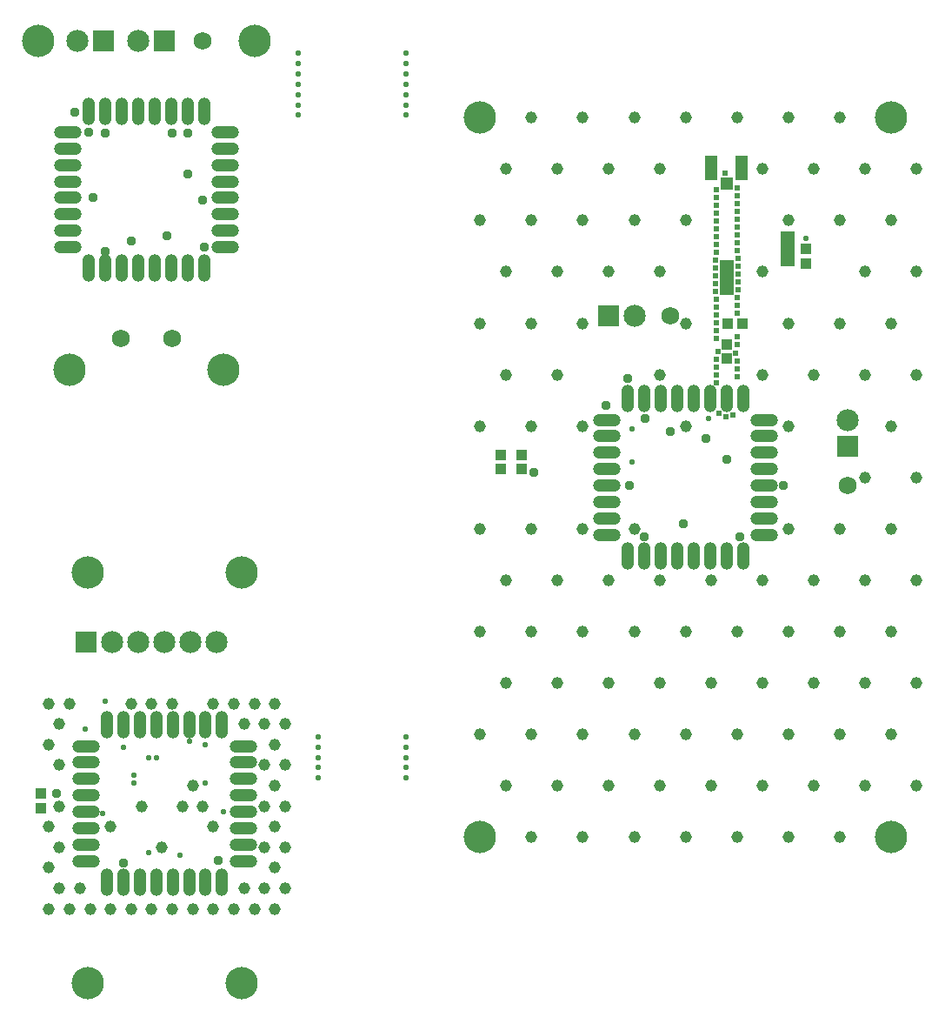
<source format=gts>
G04 Layer_Color=8388736*
%FSLAX44Y44*%
%MOMM*%
G71*
G01*
G75*
%ADD32R,1.0000X1.0000*%
%ADD33O,2.7000X1.2500*%
%ADD34O,1.2500X2.7000*%
%ADD35R,1.2000X2.3500*%
%ADD36R,1.1500X1.2000*%
%ADD37R,1.0000X1.0000*%
%ADD38R,1.4200X3.4500*%
%ADD39C,2.1500*%
%ADD40R,2.1500X2.1500*%
%ADD41R,2.1500X2.1500*%
%ADD42C,1.7500*%
%ADD43C,1.1500*%
%ADD44C,0.6100*%
%ADD45C,0.5500*%
%ADD46C,0.9500*%
%ADD47C,3.1500*%
D32*
X750000Y664500D02*
D03*
Y650500D02*
D03*
X5000Y134500D02*
D03*
Y120500D02*
D03*
X452500Y464500D02*
D03*
Y450500D02*
D03*
X472500Y464500D02*
D03*
Y450500D02*
D03*
X672500Y558000D02*
D03*
Y572000D02*
D03*
D33*
X556000Y498500D02*
D03*
Y482500D02*
D03*
Y466500D02*
D03*
Y450500D02*
D03*
Y434500D02*
D03*
Y418500D02*
D03*
Y402500D02*
D03*
Y386500D02*
D03*
X709000D02*
D03*
Y402500D02*
D03*
Y418500D02*
D03*
Y434500D02*
D03*
Y450500D02*
D03*
Y466500D02*
D03*
Y482500D02*
D03*
Y498500D02*
D03*
X48500Y181000D02*
D03*
Y165000D02*
D03*
Y149000D02*
D03*
Y133000D02*
D03*
Y117000D02*
D03*
Y101000D02*
D03*
Y85000D02*
D03*
Y69000D02*
D03*
X201500D02*
D03*
Y85000D02*
D03*
Y101000D02*
D03*
Y117000D02*
D03*
Y133000D02*
D03*
Y149000D02*
D03*
Y165000D02*
D03*
Y181000D02*
D03*
X31000Y778500D02*
D03*
Y762500D02*
D03*
Y746500D02*
D03*
Y730500D02*
D03*
Y714500D02*
D03*
Y698500D02*
D03*
Y682500D02*
D03*
Y666500D02*
D03*
X184000D02*
D03*
Y682500D02*
D03*
Y698500D02*
D03*
Y714500D02*
D03*
Y730500D02*
D03*
Y746500D02*
D03*
Y762500D02*
D03*
Y778500D02*
D03*
D34*
X576500Y366000D02*
D03*
X592500D02*
D03*
X608500D02*
D03*
X624500D02*
D03*
X640500D02*
D03*
X656500D02*
D03*
X672500D02*
D03*
X688500D02*
D03*
Y519000D02*
D03*
X672500D02*
D03*
X656500D02*
D03*
X640500D02*
D03*
X624500D02*
D03*
X608500D02*
D03*
X592500D02*
D03*
X576500D02*
D03*
X69000Y48500D02*
D03*
X85000D02*
D03*
X101000D02*
D03*
X117000D02*
D03*
X133000D02*
D03*
X149000D02*
D03*
X165000D02*
D03*
X181000D02*
D03*
Y201500D02*
D03*
X165000D02*
D03*
X149000D02*
D03*
X133000D02*
D03*
X117000D02*
D03*
X101000D02*
D03*
X85000D02*
D03*
X69000D02*
D03*
X51500Y646000D02*
D03*
X67500D02*
D03*
X83500D02*
D03*
X99500D02*
D03*
X115500D02*
D03*
X131500D02*
D03*
X147500D02*
D03*
X163500D02*
D03*
Y799000D02*
D03*
X147500D02*
D03*
X131500D02*
D03*
X115500D02*
D03*
X99500D02*
D03*
X83500D02*
D03*
X67500D02*
D03*
X51500D02*
D03*
D35*
X687250Y744000D02*
D03*
X657750D02*
D03*
D36*
X672500Y728750D02*
D03*
D37*
X673750Y591750D02*
D03*
X687750D02*
D03*
D38*
X672500Y637000D02*
D03*
X732100Y664900D02*
D03*
D39*
X176000Y282500D02*
D03*
X99800D02*
D03*
X74400D02*
D03*
X125200D02*
D03*
X150600D02*
D03*
X790000Y497700D02*
D03*
X582700Y600000D02*
D03*
X99800Y867500D02*
D03*
X39800D02*
D03*
D40*
X49000Y282500D02*
D03*
X557300Y600000D02*
D03*
X125200Y867500D02*
D03*
X65200D02*
D03*
D41*
X790000Y472300D02*
D03*
D42*
X82500Y577500D02*
D03*
X617500Y600000D02*
D03*
X162500Y867500D02*
D03*
X790000Y435000D02*
D03*
X132500Y577500D02*
D03*
D43*
X857500Y742500D02*
D03*
X832500Y692500D02*
D03*
X857500Y642500D02*
D03*
X832500Y592500D02*
D03*
X857500Y542500D02*
D03*
X832500Y492500D02*
D03*
X857500Y442500D02*
D03*
X832500Y392500D02*
D03*
X857500Y342500D02*
D03*
X832500Y292500D02*
D03*
X857500Y242500D02*
D03*
X832500Y192500D02*
D03*
X857500Y142500D02*
D03*
X782500Y792500D02*
D03*
X807500Y742500D02*
D03*
X782500Y692500D02*
D03*
X807500Y642500D02*
D03*
X782500Y592500D02*
D03*
X807500Y542500D02*
D03*
Y442500D02*
D03*
X782500Y392500D02*
D03*
X807500Y342500D02*
D03*
X782500Y292500D02*
D03*
X807500Y242500D02*
D03*
X782500Y192500D02*
D03*
X807500Y142500D02*
D03*
X782500Y92500D02*
D03*
X732500Y792500D02*
D03*
X757500Y742500D02*
D03*
X732500Y692500D02*
D03*
Y592500D02*
D03*
X757500Y542500D02*
D03*
X732500Y492500D02*
D03*
Y392500D02*
D03*
X757500Y342500D02*
D03*
X732500Y292500D02*
D03*
X757500Y242500D02*
D03*
X732500Y192500D02*
D03*
X757500Y142500D02*
D03*
X732500Y92500D02*
D03*
X682500Y792500D02*
D03*
X707500Y742500D02*
D03*
Y642500D02*
D03*
Y542500D02*
D03*
Y342500D02*
D03*
X682500Y292500D02*
D03*
X707500Y242500D02*
D03*
X682500Y192500D02*
D03*
X707500Y142500D02*
D03*
X682500Y92500D02*
D03*
X632500Y792500D02*
D03*
Y692500D02*
D03*
Y592500D02*
D03*
Y492500D02*
D03*
X657500Y342500D02*
D03*
X632500Y292500D02*
D03*
X657500Y242500D02*
D03*
X632500Y192500D02*
D03*
X657500Y142500D02*
D03*
X632500Y92500D02*
D03*
X582500Y792500D02*
D03*
X607500Y742500D02*
D03*
X582500Y692500D02*
D03*
X607500Y642500D02*
D03*
Y542500D02*
D03*
X582500Y392500D02*
D03*
X607500Y342500D02*
D03*
X582500Y292500D02*
D03*
X607500Y242500D02*
D03*
X582500Y192500D02*
D03*
X607500Y142500D02*
D03*
X582500Y92500D02*
D03*
X532500Y792500D02*
D03*
X557500Y742500D02*
D03*
X532500Y692500D02*
D03*
X557500Y642500D02*
D03*
X532500Y592500D02*
D03*
Y492500D02*
D03*
Y392500D02*
D03*
X557500Y342500D02*
D03*
X532500Y292500D02*
D03*
X557500Y242500D02*
D03*
X532500Y192500D02*
D03*
X557500Y142500D02*
D03*
X532500Y92500D02*
D03*
X482500Y792500D02*
D03*
X507500Y742500D02*
D03*
X482500Y692500D02*
D03*
X507500Y642500D02*
D03*
X482500Y592500D02*
D03*
X507500Y542500D02*
D03*
X482500Y492500D02*
D03*
Y392500D02*
D03*
X507500Y342500D02*
D03*
X482500Y292500D02*
D03*
X507500Y242500D02*
D03*
X482500Y192500D02*
D03*
X507500Y142500D02*
D03*
X482500Y92500D02*
D03*
X457500Y742500D02*
D03*
X432500Y692500D02*
D03*
X457500Y642500D02*
D03*
X432500Y592500D02*
D03*
X457500Y542500D02*
D03*
X432500Y492500D02*
D03*
Y392500D02*
D03*
X457500Y342500D02*
D03*
X432500Y292500D02*
D03*
X457500Y242500D02*
D03*
X432500Y192500D02*
D03*
X457500Y142500D02*
D03*
X12500Y22500D02*
D03*
X22500Y42500D02*
D03*
X12500Y62500D02*
D03*
X22500Y82500D02*
D03*
X12500Y102500D02*
D03*
X22500Y122500D02*
D03*
Y162500D02*
D03*
X12500Y182500D02*
D03*
X22500Y202500D02*
D03*
X12500Y222500D02*
D03*
X32500Y22500D02*
D03*
X42500Y42500D02*
D03*
X32500Y222500D02*
D03*
X52500Y22500D02*
D03*
X72500D02*
D03*
Y102500D02*
D03*
X92500Y22500D02*
D03*
X102500Y122500D02*
D03*
X92500Y222500D02*
D03*
X112500Y22500D02*
D03*
X122500Y82500D02*
D03*
X112500Y222500D02*
D03*
X132500Y22500D02*
D03*
X142500Y122500D02*
D03*
X132500Y222500D02*
D03*
X152500Y22500D02*
D03*
X162500Y122500D02*
D03*
X152500Y142500D02*
D03*
X172500Y22500D02*
D03*
Y102500D02*
D03*
Y222500D02*
D03*
X192500Y22500D02*
D03*
X202500Y42500D02*
D03*
Y202500D02*
D03*
X192500Y222500D02*
D03*
X212500Y22500D02*
D03*
X222500Y42500D02*
D03*
Y82500D02*
D03*
Y122500D02*
D03*
Y162500D02*
D03*
Y202500D02*
D03*
X212500Y222500D02*
D03*
X232500Y22500D02*
D03*
X242500Y42500D02*
D03*
X232500Y62500D02*
D03*
X242500Y82500D02*
D03*
X232500Y102500D02*
D03*
X242500Y122500D02*
D03*
X232500Y142500D02*
D03*
X242500Y162500D02*
D03*
X232500Y182500D02*
D03*
X242500Y202500D02*
D03*
X232500Y222500D02*
D03*
D44*
X671364Y738894D02*
D03*
X662508Y722218D02*
D03*
Y714618D02*
D03*
Y707018D02*
D03*
Y699418D02*
D03*
Y691818D02*
D03*
Y684218D02*
D03*
Y676618D02*
D03*
Y669018D02*
D03*
Y661419D02*
D03*
X661337Y653909D02*
D03*
X661256Y646310D02*
D03*
Y638710D02*
D03*
Y631110D02*
D03*
Y623510D02*
D03*
X662508Y616013D02*
D03*
Y608414D02*
D03*
Y600814D02*
D03*
Y593214D02*
D03*
Y585614D02*
D03*
Y578014D02*
D03*
X682492Y572093D02*
D03*
Y579693D02*
D03*
Y602473D02*
D03*
Y610074D02*
D03*
X682732Y617670D02*
D03*
X683744Y625202D02*
D03*
Y632802D02*
D03*
Y640402D02*
D03*
Y648002D02*
D03*
X683230Y655584D02*
D03*
X682492Y663148D02*
D03*
Y670749D02*
D03*
Y678348D02*
D03*
Y685948D02*
D03*
Y693548D02*
D03*
Y701148D02*
D03*
Y708748D02*
D03*
Y716348D02*
D03*
Y723948D02*
D03*
X664302Y564981D02*
D03*
X662508Y557595D02*
D03*
Y549995D02*
D03*
Y542395D02*
D03*
Y534795D02*
D03*
X664647Y504884D02*
D03*
X671388Y501373D02*
D03*
X678713Y503400D02*
D03*
X682492Y540235D02*
D03*
Y547835D02*
D03*
Y555435D02*
D03*
X681501Y562970D02*
D03*
D45*
X655000Y500000D02*
D03*
X750000Y675000D02*
D03*
X580000Y490000D02*
D03*
Y457500D02*
D03*
X110000Y170000D02*
D03*
X117500D02*
D03*
X85000Y180000D02*
D03*
X65000Y115000D02*
D03*
X165000Y182500D02*
D03*
X95000Y152500D02*
D03*
Y145000D02*
D03*
X140000Y75000D02*
D03*
X110000Y77500D02*
D03*
X165000Y145000D02*
D03*
X182500Y117500D02*
D03*
X149000Y185677D02*
D03*
X47500Y197500D02*
D03*
X67500Y225000D02*
D03*
X275000Y190000D02*
D03*
Y180000D02*
D03*
Y170000D02*
D03*
Y160000D02*
D03*
Y150000D02*
D03*
X360000D02*
D03*
Y160000D02*
D03*
Y170000D02*
D03*
Y180000D02*
D03*
Y190000D02*
D03*
Y795000D02*
D03*
Y805000D02*
D03*
Y815000D02*
D03*
Y825000D02*
D03*
Y835000D02*
D03*
Y845000D02*
D03*
Y855000D02*
D03*
X255000Y795000D02*
D03*
Y805000D02*
D03*
Y815000D02*
D03*
Y825000D02*
D03*
Y835000D02*
D03*
Y845000D02*
D03*
Y855000D02*
D03*
D46*
X652500Y480000D02*
D03*
X132500Y777500D02*
D03*
X162500Y712500D02*
D03*
X37500Y797500D02*
D03*
X51500Y778500D02*
D03*
X55500Y714500D02*
D03*
X163500Y666500D02*
D03*
X127500Y677500D02*
D03*
X92500Y672500D02*
D03*
X147500Y777500D02*
D03*
X67500D02*
D03*
Y662500D02*
D03*
X147500Y737500D02*
D03*
X685000Y385000D02*
D03*
X593000Y499500D02*
D03*
X592500Y385000D02*
D03*
X577500Y435000D02*
D03*
X485000Y447500D02*
D03*
X555000Y512500D02*
D03*
X576500Y538500D02*
D03*
X630000Y397500D02*
D03*
X617500Y487500D02*
D03*
X672500Y460000D02*
D03*
X727500Y435000D02*
D03*
X177500Y70000D02*
D03*
X20000Y135000D02*
D03*
X85000Y67500D02*
D03*
D47*
X50000Y-50000D02*
D03*
X200000D02*
D03*
X50000Y350000D02*
D03*
X200000D02*
D03*
X32500Y547500D02*
D03*
X182500D02*
D03*
X2500Y867500D02*
D03*
X212500D02*
D03*
X432500Y92500D02*
D03*
X832500D02*
D03*
X432500Y792500D02*
D03*
X832500D02*
D03*
M02*

</source>
